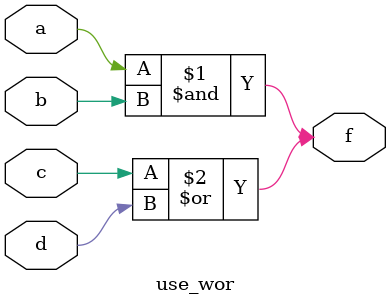
<source format=v>
module use_wor(input a, b, c, d, output f);

    wor f;

    assign f = a & b;
    assign f = c | d;

endmodule
</source>
